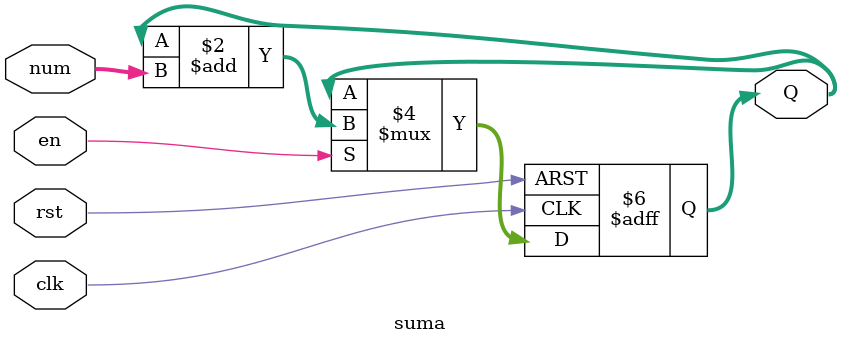
<source format=sv>
module suma #(parameter N = 8) (input clk, rst, en, 
											input logic [7:0] num, 
												output logic [N-1:0] Q);					

always_ff @(negedge clk or posedge rst)
	if(rst) Q = 8'h00;
	else
		if(en) Q = Q + num;

endmodule
</source>
